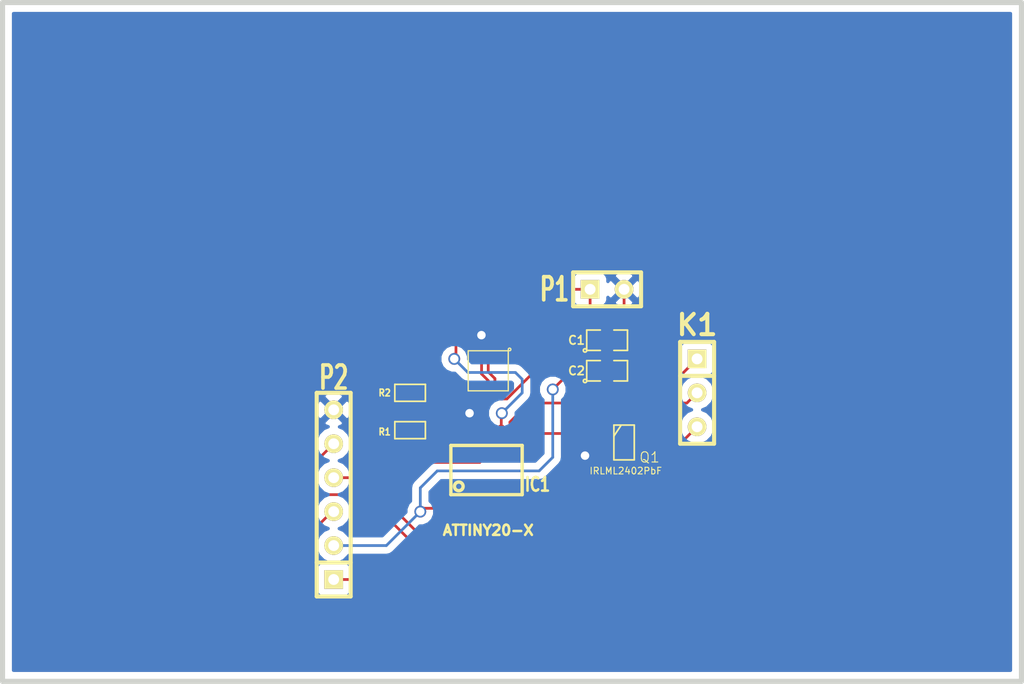
<source format=kicad_pcb>
(kicad_pcb (version 4) (host pcbnew "(2014-jul-16 BZR unknown)-product")

  (general
    (links 28)
    (no_connects 0)
    (area 30.289499 41.719499 106.870501 92.900501)
    (thickness 1.6002)
    (drawings 4)
    (tracks 113)
    (zones 0)
    (modules 10)
    (nets 13)
  )

  (page A4)
  (title_block
    (date "23 feb 2015")
  )

  (layers
    (0 Front signal)
    (31 Back signal)
    (32 B.Adhes user)
    (33 F.Adhes user)
    (34 B.Paste user)
    (35 F.Paste user)
    (36 B.SilkS user)
    (37 F.SilkS user)
    (38 B.Mask user)
    (39 F.Mask user)
    (40 Dwgs.User user)
    (41 Cmts.User user)
    (42 Eco1.User user)
    (43 Eco2.User user)
    (44 Edge.Cuts user)
  )

  (setup
    (last_trace_width 0.2032)
    (trace_clearance 0.254)
    (zone_clearance 0.508)
    (zone_45_only no)
    (trace_min 0.2032)
    (segment_width 0.381)
    (edge_width 0.381)
    (via_size 0.889)
    (via_drill 0.635)
    (via_min_size 0.889)
    (via_min_drill 0.508)
    (uvia_size 0.508)
    (uvia_drill 0.127)
    (uvias_allowed no)
    (uvia_min_size 0.508)
    (uvia_min_drill 0.127)
    (pcb_text_width 0.3048)
    (pcb_text_size 1.524 2.032)
    (mod_edge_width 0.381)
    (mod_text_size 1.524 1.524)
    (mod_text_width 0.3048)
    (pad_size 1.524 1.524)
    (pad_drill 0.8128)
    (pad_to_mask_clearance 0.254)
    (aux_axis_origin 0 0)
    (visible_elements FFFFFF7F)
    (pcbplotparams
      (layerselection 0x00030_80000001)
      (usegerberextensions true)
      (excludeedgelayer true)
      (linewidth 0.150000)
      (plotframeref false)
      (viasonmask false)
      (mode 1)
      (useauxorigin false)
      (hpglpennumber 1)
      (hpglpenspeed 20)
      (hpglpendiameter 15)
      (hpglpenoverlay 2)
      (psnegative false)
      (psa4output false)
      (plotreference true)
      (plotvalue true)
      (plotinvisibletext false)
      (padsonsilk false)
      (subtractmaskfromsilk false)
      (outputformat 1)
      (mirror false)
      (drillshape 1)
      (scaleselection 1)
      (outputdirectory ""))
  )

  (net 0 "")
  (net 1 GND)
  (net 2 N-000001)
  (net 3 N-000002)
  (net 4 N-000003)
  (net 5 N-000004)
  (net 6 N-000006)
  (net 7 N-000007)
  (net 8 N-000009)
  (net 9 N-000010)
  (net 10 N-000011)
  (net 11 N-000014)
  (net 12 VCC)

  (net_class Default "This is the default net class."
    (clearance 0.254)
    (trace_width 0.2032)
    (via_dia 0.889)
    (via_drill 0.635)
    (uvia_dia 0.508)
    (uvia_drill 0.127)
    (add_net GND)
    (add_net N-000001)
    (add_net N-000002)
    (add_net N-000003)
    (add_net N-000004)
    (add_net N-000006)
    (add_net N-000007)
    (add_net N-000009)
    (add_net N-000010)
    (add_net N-000011)
    (add_net N-000014)
    (add_net VCC)
  )

  (module TSSOP16 (layer Front) (tedit 54ED55F4) (tstamp 54EB5B23)
    (at 66.802 76.962)
    (path /54E7790E)
    (attr smd)
    (fp_text reference IC1 (at 3.683 1.016) (layer F.SilkS)
      (effects (font (size 1.016 0.762) (thickness 0.1905)))
    )
    (fp_text value ATTINY20-X (at 0 4.445) (layer F.SilkS)
      (effects (font (size 0.762 0.762) (thickness 0.1905)))
    )
    (fp_line (start -2.794 -1.905) (end 2.54 -1.905) (layer F.SilkS) (width 0.254))
    (fp_line (start 2.54 -1.905) (end 2.54 1.778) (layer F.SilkS) (width 0.254))
    (fp_line (start 2.54 1.778) (end -2.794 1.778) (layer F.SilkS) (width 0.254))
    (fp_line (start -2.794 1.778) (end -2.794 -1.905) (layer F.SilkS) (width 0.254))
    (fp_circle (center -2.20218 1.15824) (end -2.40538 1.41224) (layer F.SilkS) (width 0.254))
    (pad 1 smd rect (at -2.27584 2.79908) (size 0.381 1.27) (layers Front F.Paste F.Mask)
      (net 12 VCC))
    (pad 2 smd rect (at -1.6256 2.79908) (size 0.381 1.27) (layers Front F.Paste F.Mask))
    (pad 3 smd rect (at -0.97536 2.79908) (size 0.381 1.27) (layers Front F.Paste F.Mask)
      (net 6 N-000006))
    (pad 4 smd rect (at -0.32512 2.79908) (size 0.381 1.27) (layers Front F.Paste F.Mask)
      (net 7 N-000007))
    (pad 5 smd rect (at 0.32512 2.79908) (size 0.381 1.27) (layers Front F.Paste F.Mask)
      (net 11 N-000014))
    (pad 6 smd rect (at 0.97536 2.79908) (size 0.381 1.27) (layers Front F.Paste F.Mask)
      (net 10 N-000011))
    (pad 7 smd rect (at 1.6256 2.79908) (size 0.381 1.27) (layers Front F.Paste F.Mask))
    (pad 8 smd rect (at 2.27584 2.79908) (size 0.381 1.27) (layers Front F.Paste F.Mask))
    (pad 9 smd rect (at 2.27584 -2.79908) (size 0.381 1.27) (layers Front F.Paste F.Mask)
      (net 5 N-000004))
    (pad 10 smd rect (at 1.6256 -2.79908) (size 0.381 1.27) (layers Front F.Paste F.Mask)
      (net 3 N-000002))
    (pad 11 smd rect (at 0.97536 -2.79908) (size 0.381 1.27) (layers Front F.Paste F.Mask)
      (net 2 N-000001))
    (pad 12 smd rect (at 0.32512 -2.79908) (size 0.381 1.27) (layers Front F.Paste F.Mask)
      (net 9 N-000010))
    (pad 13 smd rect (at -0.32512 -2.79908) (size 0.381 1.27) (layers Front F.Paste F.Mask)
      (net 8 N-000009))
    (pad 14 smd rect (at -0.97536 -2.79908) (size 0.381 1.27) (layers Front F.Paste F.Mask)
      (net 1 GND))
    (pad 15 smd rect (at -1.6256 -2.79908) (size 0.381 1.27) (layers Front F.Paste F.Mask))
    (pad 16 smd rect (at -2.27584 -2.79908) (size 0.381 1.27) (layers Front F.Paste F.Mask))
    (model smd\smd_dil\tssop-16.wrl
      (at (xyz 0 0 0))
      (scale (xyz 1 1 1))
      (rotate (xyz 0 0 0))
    )
  )

  (module SOT23 (layer Front) (tedit 54ED55FE) (tstamp 54EB5B24)
    (at 76.962 74.8665 270)
    (tags SOT23)
    (path /54E78EA8)
    (fp_text reference Q1 (at 1.0795 -1.905 360) (layer F.SilkS)
      (effects (font (size 0.762 0.762) (thickness 0.0762)))
    )
    (fp_text value IRLML2402PbF (at 2.0955 -0.127 360) (layer F.SilkS)
      (effects (font (size 0.50038 0.50038) (thickness 0.0762)))
    )
    (fp_line (start -0.508 0.762) (end -1.27 0.254) (layer F.SilkS) (width 0.127))
    (fp_line (start 1.27 0.762) (end -1.3335 0.762) (layer F.SilkS) (width 0.127))
    (fp_line (start -1.3335 0.762) (end -1.3335 -0.762) (layer F.SilkS) (width 0.127))
    (fp_line (start -1.3335 -0.762) (end 1.27 -0.762) (layer F.SilkS) (width 0.127))
    (fp_line (start 1.27 -0.762) (end 1.27 0.762) (layer F.SilkS) (width 0.127))
    (pad 3 smd rect (at 0 -1.27 270) (size 0.70104 1.00076) (layers Front F.Paste F.Mask)
      (net 4 N-000003))
    (pad 2 smd rect (at 0.9525 1.27 270) (size 0.70104 1.00076) (layers Front F.Paste F.Mask)
      (net 1 GND))
    (pad 1 smd rect (at -0.9525 1.27 270) (size 0.70104 1.00076) (layers Front F.Paste F.Mask)
      (net 5 N-000004))
    (model smd/SOT23_6.wrl
      (at (xyz 0 0 0))
      (scale (xyz 0.11 0.11 0.11))
      (rotate (xyz 0 0 -180))
    )
  )

  (module SM0805 (layer Front) (tedit 54ED5605) (tstamp 54EB5B25)
    (at 75.692 67.183)
    (path /54E77970)
    (attr smd)
    (fp_text reference C1 (at -2.286 0) (layer F.SilkS)
      (effects (font (size 0.635 0.635) (thickness 0.127)))
    )
    (fp_text value .1u (at 0 0) (layer F.SilkS) hide
      (effects (font (size 0.635 0.635) (thickness 0.127)))
    )
    (fp_circle (center -1.651 0.762) (end -1.651 0.635) (layer F.SilkS) (width 0.127))
    (fp_line (start -0.508 0.762) (end -1.524 0.762) (layer F.SilkS) (width 0.127))
    (fp_line (start -1.524 0.762) (end -1.524 -0.762) (layer F.SilkS) (width 0.127))
    (fp_line (start -1.524 -0.762) (end -0.508 -0.762) (layer F.SilkS) (width 0.127))
    (fp_line (start 0.508 -0.762) (end 1.524 -0.762) (layer F.SilkS) (width 0.127))
    (fp_line (start 1.524 -0.762) (end 1.524 0.762) (layer F.SilkS) (width 0.127))
    (fp_line (start 1.524 0.762) (end 0.508 0.762) (layer F.SilkS) (width 0.127))
    (pad 1 smd rect (at -0.9525 0) (size 0.889 1.397) (layers Front F.Paste F.Mask)
      (net 12 VCC))
    (pad 2 smd rect (at 0.9525 0) (size 0.889 1.397) (layers Front F.Paste F.Mask)
      (net 1 GND))
    (model smd/chip_cms.wrl
      (at (xyz 0 0 0))
      (scale (xyz 0.1 0.1 0.1))
      (rotate (xyz 0 0 0))
    )
  )

  (module SM0805 (layer Front) (tedit 54ED560D) (tstamp 54EB5B27)
    (at 75.692 69.469)
    (path /54E77984)
    (attr smd)
    (fp_text reference C2 (at -2.286 0) (layer F.SilkS)
      (effects (font (size 0.635 0.635) (thickness 0.127)))
    )
    (fp_text value 1u (at 0 0) (layer F.SilkS) hide
      (effects (font (size 0.635 0.635) (thickness 0.127)))
    )
    (fp_circle (center -1.651 0.762) (end -1.651 0.635) (layer F.SilkS) (width 0.127))
    (fp_line (start -0.508 0.762) (end -1.524 0.762) (layer F.SilkS) (width 0.127))
    (fp_line (start -1.524 0.762) (end -1.524 -0.762) (layer F.SilkS) (width 0.127))
    (fp_line (start -1.524 -0.762) (end -0.508 -0.762) (layer F.SilkS) (width 0.127))
    (fp_line (start 0.508 -0.762) (end 1.524 -0.762) (layer F.SilkS) (width 0.127))
    (fp_line (start 1.524 -0.762) (end 1.524 0.762) (layer F.SilkS) (width 0.127))
    (fp_line (start 1.524 0.762) (end 0.508 0.762) (layer F.SilkS) (width 0.127))
    (pad 1 smd rect (at -0.9525 0) (size 0.889 1.397) (layers Front F.Paste F.Mask)
      (net 12 VCC))
    (pad 2 smd rect (at 0.9525 0) (size 0.889 1.397) (layers Front F.Paste F.Mask)
      (net 1 GND))
    (model smd/chip_cms.wrl
      (at (xyz 0 0 0))
      (scale (xyz 0.1 0.1 0.1))
      (rotate (xyz 0 0 0))
    )
  )

  (module SM0603 (layer Front) (tedit 54ED55E0) (tstamp 54EB5B28)
    (at 60.96 73.914)
    (path /54E77999)
    (attr smd)
    (fp_text reference R1 (at -1.905 0.127) (layer F.SilkS)
      (effects (font (size 0.508 0.4572) (thickness 0.1143)))
    )
    (fp_text value 2k2 (at 0 0) (layer F.SilkS) hide
      (effects (font (size 0.508 0.4572) (thickness 0.1143)))
    )
    (fp_line (start -1.143 -0.635) (end 1.143 -0.635) (layer F.SilkS) (width 0.127))
    (fp_line (start 1.143 -0.635) (end 1.143 0.635) (layer F.SilkS) (width 0.127))
    (fp_line (start 1.143 0.635) (end -1.143 0.635) (layer F.SilkS) (width 0.127))
    (fp_line (start -1.143 0.635) (end -1.143 -0.635) (layer F.SilkS) (width 0.127))
    (pad 1 smd rect (at -0.762 0) (size 0.635 1.143) (layers Front F.Paste F.Mask)
      (net 12 VCC))
    (pad 2 smd rect (at 0.762 0) (size 0.635 1.143) (layers Front F.Paste F.Mask)
      (net 8 N-000009))
    (model smd\resistors\R0603.wrl
      (at (xyz 0 0 0.001))
      (scale (xyz 0.5 0.5 0.5))
      (rotate (xyz 0 0 0))
    )
  )

  (module SM0603 (layer Front) (tedit 54ED55E5) (tstamp 54EB5B2A)
    (at 60.96 71.12)
    (path /54E779AD)
    (attr smd)
    (fp_text reference R2 (at -1.905 0) (layer F.SilkS)
      (effects (font (size 0.508 0.4572) (thickness 0.1143)))
    )
    (fp_text value 2k2 (at 0 0) (layer F.SilkS) hide
      (effects (font (size 0.508 0.4572) (thickness 0.1143)))
    )
    (fp_line (start -1.143 -0.635) (end 1.143 -0.635) (layer F.SilkS) (width 0.127))
    (fp_line (start 1.143 -0.635) (end 1.143 0.635) (layer F.SilkS) (width 0.127))
    (fp_line (start 1.143 0.635) (end -1.143 0.635) (layer F.SilkS) (width 0.127))
    (fp_line (start -1.143 0.635) (end -1.143 -0.635) (layer F.SilkS) (width 0.127))
    (pad 1 smd rect (at -0.762 0) (size 0.635 1.143) (layers Front F.Paste F.Mask)
      (net 12 VCC))
    (pad 2 smd rect (at 0.762 0) (size 0.635 1.143) (layers Front F.Paste F.Mask)
      (net 9 N-000010))
    (model smd\resistors\R0603.wrl
      (at (xyz 0 0 0.001))
      (scale (xyz 0.5 0.5 0.5))
      (rotate (xyz 0 0 0))
    )
  )

  (module SIL-6 (layer Front) (tedit 54ED5635) (tstamp 54EB5B2B)
    (at 55.245 78.74 90)
    (descr "Connecteur 6 pins")
    (tags "CONN DEV")
    (path /54E77A45)
    (fp_text reference P2 (at 8.763 0 180) (layer F.SilkS)
      (effects (font (size 1.72974 1.08712) (thickness 0.27178)))
    )
    (fp_text value CONN_6 (at 0 -2.54 90) (layer F.SilkS) hide
      (effects (font (size 1.524 1.016) (thickness 0.254)))
    )
    (fp_line (start -7.62 1.27) (end -7.62 -1.27) (layer F.SilkS) (width 0.3048))
    (fp_line (start -7.62 -1.27) (end 7.62 -1.27) (layer F.SilkS) (width 0.3048))
    (fp_line (start 7.62 -1.27) (end 7.62 1.27) (layer F.SilkS) (width 0.3048))
    (fp_line (start 7.62 1.27) (end -7.62 1.27) (layer F.SilkS) (width 0.3048))
    (fp_line (start -5.08 1.27) (end -5.08 -1.27) (layer F.SilkS) (width 0.3048))
    (pad 1 thru_hole rect (at -6.35 0 90) (size 1.397 1.397) (drill 0.8128) (layers *.Cu *.Mask F.SilkS)
      (net 11 N-000014))
    (pad 2 thru_hole circle (at -3.81 0 90) (size 1.397 1.397) (drill 0.8128) (layers *.Cu *.Mask F.SilkS)
      (net 12 VCC))
    (pad 3 thru_hole circle (at -1.27 0 90) (size 1.397 1.397) (drill 0.8128) (layers *.Cu *.Mask F.SilkS)
      (net 10 N-000011))
    (pad 4 thru_hole circle (at 1.27 0 90) (size 1.397 1.397) (drill 0.8128) (layers *.Cu *.Mask F.SilkS)
      (net 6 N-000006))
    (pad 5 thru_hole circle (at 3.81 0 90) (size 1.397 1.397) (drill 0.8128) (layers *.Cu *.Mask F.SilkS)
      (net 7 N-000007))
    (pad 6 thru_hole circle (at 6.35 0 90) (size 1.397 1.397) (drill 0.8128) (layers *.Cu *.Mask F.SilkS)
      (net 1 GND))
  )

  (module SIL-3 (layer Front) (tedit 54ED5628) (tstamp 54EB5B2C)
    (at 82.423 71.12 270)
    (descr "Connecteur 3 pins")
    (tags "CONN DEV")
    (path /54E779F7)
    (fp_text reference K1 (at -5.08 0 360) (layer F.SilkS)
      (effects (font (thickness 0.3048)))
    )
    (fp_text value CONN_3 (at 0 -2.54 270) (layer F.SilkS) hide
      (effects (font (size 1.524 1.016) (thickness 0.254)))
    )
    (fp_line (start -3.81 1.27) (end -3.81 -1.27) (layer F.SilkS) (width 0.3048))
    (fp_line (start -3.81 -1.27) (end 3.81 -1.27) (layer F.SilkS) (width 0.3048))
    (fp_line (start 3.81 -1.27) (end 3.81 1.27) (layer F.SilkS) (width 0.3048))
    (fp_line (start 3.81 1.27) (end -3.81 1.27) (layer F.SilkS) (width 0.3048))
    (fp_line (start -1.27 -1.27) (end -1.27 1.27) (layer F.SilkS) (width 0.3048))
    (pad 1 thru_hole rect (at -2.54 0 270) (size 1.397 1.397) (drill 0.8128) (layers *.Cu *.Mask F.SilkS)
      (net 12 VCC))
    (pad 2 thru_hole circle (at 0 0 270) (size 1.397 1.397) (drill 0.8128) (layers *.Cu *.Mask F.SilkS)
      (net 3 N-000002))
    (pad 3 thru_hole circle (at 2.54 0 270) (size 1.397 1.397) (drill 0.8128) (layers *.Cu *.Mask F.SilkS)
      (net 4 N-000003))
  )

  (module SIL-2 (layer Front) (tedit 54ED562D) (tstamp 54EB5B2D)
    (at 75.692 63.373)
    (descr "Connecteurs 2 pins")
    (tags "CONN DEV")
    (path /54E779C1)
    (fp_text reference P1 (at -3.937 0) (layer F.SilkS)
      (effects (font (size 1.72974 1.08712) (thickness 0.27178)))
    )
    (fp_text value CONN_2 (at 0 -2.54) (layer F.SilkS) hide
      (effects (font (size 1.524 1.016) (thickness 0.254)))
    )
    (fp_line (start -2.54 1.27) (end -2.54 -1.27) (layer F.SilkS) (width 0.3048))
    (fp_line (start -2.54 -1.27) (end 2.54 -1.27) (layer F.SilkS) (width 0.3048))
    (fp_line (start 2.54 -1.27) (end 2.54 1.27) (layer F.SilkS) (width 0.3048))
    (fp_line (start 2.54 1.27) (end -2.54 1.27) (layer F.SilkS) (width 0.3048))
    (pad 1 thru_hole rect (at -1.27 0) (size 1.397 1.397) (drill 0.8128) (layers *.Cu *.Mask F.SilkS)
      (net 12 VCC))
    (pad 2 thru_hole circle (at 1.27 0) (size 1.397 1.397) (drill 0.8128) (layers *.Cu *.Mask F.SilkS)
      (net 1 GND))
  )

  (module DFN10 (layer Front) (tedit 54EB5886) (tstamp 54EB5B40)
    (at 66.802 69.469 180)
    (path /54E77E58)
    (attr smd)
    (fp_text reference U1 (at 0 -0.381 180) (layer Cmts.User)
      (effects (font (size 0.508 0.508) (thickness 0.1016)))
    )
    (fp_text value MMA7660 (at 0 0.381 180) (layer Cmts.User) hide
      (effects (font (size 0.508 0.508) (thickness 0.1016)))
    )
    (fp_circle (center -1.59766 1.59766) (end -1.59766 1.4986) (layer F.SilkS) (width 0.09906))
    (fp_line (start -1.4986 1.4986) (end -1.4986 -1.4986) (layer F.SilkS) (width 0.09906))
    (fp_line (start -1.4986 -1.4986) (end 1.4986 -1.4986) (layer F.SilkS) (width 0.09906))
    (fp_line (start 1.4986 -1.4986) (end 1.4986 1.4986) (layer F.SilkS) (width 0.09906))
    (fp_line (start 1.4986 1.4986) (end -1.4986 1.4986) (layer F.SilkS) (width 0.09906))
    (pad 1 smd rect (at -0.99822 1.24714 180) (size 0.24892 0.39878) (layers Front F.Paste F.Mask))
    (pad 10 smd rect (at -0.99822 -1.24714 180) (size 0.24892 0.39878) (layers Front F.Paste F.Mask))
    (pad 2 smd rect (at -0.49784 1.24714 180) (size 0.25146 0.39878) (layers Front F.Paste F.Mask))
    (pad 9 smd rect (at -0.49784 -1.24714 180) (size 0.25146 0.39878) (layers Front F.Paste F.Mask)
      (net 12 VCC))
    (pad 3 smd rect (at 0 1.24714 180) (size 0.24892 0.39878) (layers Front F.Paste F.Mask)
      (net 12 VCC))
    (pad 8 smd rect (at 0 -1.24714 180) (size 0.24892 0.39878) (layers Front F.Paste F.Mask)
      (net 1 GND))
    (pad 4 smd rect (at 0.49784 1.24714 180) (size 0.25146 0.39878) (layers Front F.Paste F.Mask)
      (net 1 GND))
    (pad 7 smd rect (at 0.49784 -1.24714 180) (size 0.25146 0.39878) (layers Front F.Paste F.Mask)
      (net 8 N-000009))
    (pad 5 smd rect (at 0.99822 1.24714 180) (size 0.24892 0.39878) (layers Front F.Paste F.Mask)
      (net 2 N-000001))
    (pad 6 smd rect (at 0.99822 -1.24714 180) (size 0.24892 0.39878) (layers Front F.Paste F.Mask)
      (net 9 N-000010))
  )

  (gr_line (start 30.48 41.91) (end 30.48 92.71) (angle 90) (layer Edge.Cuts) (width 0.381))
  (gr_line (start 106.68 41.91) (end 30.48 41.91) (angle 90) (layer Edge.Cuts) (width 0.381))
  (gr_line (start 106.68 92.71) (end 106.68 41.91) (angle 90) (layer Edge.Cuts) (width 0.381))
  (gr_line (start 30.48 92.71) (end 106.68 92.71) (angle 90) (layer Edge.Cuts) (width 0.381))

  (segment (start 76.6445 69.469) (end 76.6445 67.183) (width 0.2032) (layer Front) (net 1))
  (segment (start 66.802 70.2056) (end 66.802 70.71614) (width 0.2032) (layer Front) (net 1))
  (segment (start 76.962 66.8655) (end 76.962 63.373) (width 0.2032) (layer Front) (net 1))
  (via (at 66.294 66.802) (size 0.889) (layers Front Back) (net 1))
  (segment (start 66.30416 68.22186) (end 66.30416 67.04584) (width 0.2032) (layer Front) (net 1))
  (segment (start 66.30416 68.22186) (end 66.30416 69.70776) (width 0.2032) (layer Front) (net 1))
  (segment (start 66.30416 69.70776) (end 66.802 70.2056) (width 0.2032) (layer Front) (net 1))
  (segment (start 76.6445 67.183) (end 76.962 66.8655) (width 0.2032) (layer Front) (net 1))
  (segment (start 66.30416 67.04584) (end 66.294 66.802) (width 0.2032) (layer Front) (net 1))
  (segment (start 65.82664 73.06564) (end 65.405 72.644) (width 0.2032) (layer Front) (net 1) (tstamp 54ED4E68))
  (via (at 65.405 72.644) (size 0.889) (layers Front Back) (net 1))
  (segment (start 65.82664 74.16292) (end 65.82664 73.06564) (width 0.2032) (layer Front) (net 1))
  (via (at 74.041 75.819) (size 0.889) (layers Front Back) (net 1))
  (segment (start 75.692 75.819) (end 74.041 75.819) (width 0.2032) (layer Front) (net 1))
  (segment (start 67.77736 72.68464) (end 67.818 72.644) (width 0.2032) (layer Front) (net 2) (tstamp 54ED4E82))
  (via (at 67.818 72.644) (size 0.889) (layers Front Back) (net 2))
  (segment (start 67.818 72.644) (end 69.342 71.12) (width 0.2032) (layer Back) (net 2) (tstamp 54ED4E8A))
  (segment (start 69.342 71.12) (end 69.342 70.104) (width 0.2032) (layer Back) (net 2) (tstamp 54ED4E8B))
  (segment (start 69.342 70.104) (end 68.834 69.596) (width 0.2032) (layer Back) (net 2) (tstamp 54ED4E93))
  (segment (start 68.834 69.596) (end 65.278 69.596) (width 0.2032) (layer Back) (net 2) (tstamp 54ED4E95))
  (segment (start 65.278 69.596) (end 64.262 68.58) (width 0.2032) (layer Back) (net 2) (tstamp 54ED4E96))
  (via (at 64.262 68.58) (size 0.889) (layers Front Back) (net 2))
  (segment (start 64.262 68.58) (end 64.389 68.453) (width 0.2032) (layer Front) (net 2) (tstamp 54ED4E9E))
  (segment (start 64.389 68.453) (end 64.389 67.564) (width 0.2032) (layer Front) (net 2) (tstamp 54ED4E9F))
  (segment (start 64.389 67.564) (end 64.516 67.437) (width 0.2032) (layer Front) (net 2) (tstamp 54ED4EA0))
  (segment (start 64.516 67.437) (end 65.01892 67.437) (width 0.2032) (layer Front) (net 2) (tstamp 54ED4EA1))
  (segment (start 65.01892 67.437) (end 65.80378 68.22186) (width 0.2032) (layer Front) (net 2) (tstamp 54ED4EA4))
  (segment (start 67.77736 74.16292) (end 67.77736 72.68464) (width 0.2032) (layer Front) (net 2))
  (segment (start 81.661 71.882) (end 82.423 71.12) (width 0.2032) (layer Front) (net 3) (tstamp 54ED4EEF))
  (segment (start 68.4276 73.3044) (end 69.85 71.882) (width 0.2032) (layer Front) (net 3))
  (segment (start 69.85 71.882) (end 77.724 71.882) (width 0.2032) (layer Front) (net 3))
  (segment (start 68.4276 74.16292) (end 68.4276 73.3044) (width 0.2032) (layer Front) (net 3))
  (segment (start 77.724 71.882) (end 81.661 71.882) (width 0.2032) (layer Front) (net 3))
  (segment (start 81.2165 74.8665) (end 82.423 73.66) (width 0.2032) (layer Front) (net 4) (tstamp 54ED4EF3))
  (segment (start 78.232 74.8665) (end 81.2165 74.8665) (width 0.2032) (layer Front) (net 4))
  (segment (start 75.44308 74.16292) (end 75.692 73.914) (width 0.2032) (layer Front) (net 5) (tstamp 54ED4EF8))
  (segment (start 69.07784 74.16292) (end 75.44308 74.16292) (width 0.2032) (layer Front) (net 5))
  (segment (start 65.82664 81.11236) (end 65.278 81.661) (width 0.2032) (layer Front) (net 6))
  (segment (start 65.82664 79.76108) (end 65.82664 81.11236) (width 0.2032) (layer Front) (net 6))
  (segment (start 57.404 77.47) (end 55.245 77.47) (width 0.2032) (layer Front) (net 6))
  (segment (start 61.595 81.661) (end 57.404 77.47) (width 0.2032) (layer Front) (net 6))
  (segment (start 65.278 81.661) (end 61.595 81.661) (width 0.2032) (layer Front) (net 6))
  (segment (start 57.531 78.74) (end 54.483 78.74) (width 0.2032) (layer Front) (net 7))
  (segment (start 61.214 82.423) (end 57.531 78.74) (width 0.2032) (layer Front) (net 7))
  (segment (start 53.594 76.581) (end 55.245 74.93) (width 0.2032) (layer Front) (net 7))
  (segment (start 54.483 78.74) (end 53.594 77.851) (width 0.2032) (layer Front) (net 7))
  (segment (start 66.47688 79.76108) (end 66.47688 81.35112) (width 0.2032) (layer Front) (net 7))
  (segment (start 65.405 82.423) (end 61.214 82.423) (width 0.2032) (layer Front) (net 7))
  (segment (start 66.47688 81.35112) (end 65.405 82.423) (width 0.2032) (layer Front) (net 7))
  (segment (start 53.594 77.851) (end 53.594 76.581) (width 0.2032) (layer Front) (net 7))
  (segment (start 66.47688 74.16292) (end 66.47688 75.25512) (width 0.2032) (layer Front) (net 8))
  (segment (start 61.722 75.057) (end 61.722 73.914) (width 0.2032) (layer Front) (net 8))
  (segment (start 62.484 75.819) (end 61.722 75.057) (width 0.2032) (layer Front) (net 8))
  (segment (start 65.913 75.819) (end 62.484 75.819) (width 0.2032) (layer Front) (net 8))
  (segment (start 66.47688 75.25512) (end 65.913 75.819) (width 0.2032) (layer Front) (net 8))
  (segment (start 66.30416 70.71614) (end 66.30416 72.85736) (width 0.2032) (layer Front) (net 8))
  (segment (start 66.47688 73.03008) (end 66.47688 74.16292) (width 0.2032) (layer Front) (net 8))
  (segment (start 66.30416 72.85736) (end 66.47688 73.03008) (width 0.2032) (layer Front) (net 8))
  (segment (start 65.80378 70.71614) (end 62.12586 70.71614) (width 0.2032) (layer Front) (net 9))
  (segment (start 62.12586 70.71614) (end 61.722 71.12) (width 0.2032) (layer Front) (net 9))
  (segment (start 60.96 72.517) (end 61.595 71.882) (width 0.2032) (layer Front) (net 9))
  (segment (start 67.12712 75.36688) (end 66.167 76.327) (width 0.2032) (layer Front) (net 9))
  (segment (start 66.167 76.327) (end 62.103 76.327) (width 0.2032) (layer Front) (net 9))
  (segment (start 62.103 76.327) (end 60.96 75.184) (width 0.2032) (layer Front) (net 9))
  (segment (start 60.96 75.184) (end 60.96 72.517) (width 0.2032) (layer Front) (net 9))
  (segment (start 67.12712 74.16292) (end 67.12712 75.36688) (width 0.2032) (layer Front) (net 9))
  (segment (start 61.595 71.247) (end 61.722 71.12) (width 0.2032) (layer Front) (net 9))
  (segment (start 61.595 71.882) (end 61.595 71.247) (width 0.2032) (layer Front) (net 9))
  (segment (start 62.992 87.122) (end 67.77736 82.33664) (width 0.2032) (layer Front) (net 10))
  (segment (start 53.086 86.487) (end 53.721 87.122) (width 0.2032) (layer Front) (net 10))
  (segment (start 67.77736 82.33664) (end 67.77736 79.76108) (width 0.2032) (layer Front) (net 10))
  (segment (start 53.721 87.122) (end 62.992 87.122) (width 0.2032) (layer Front) (net 10))
  (segment (start 53.086 82.042) (end 53.086 86.487) (width 0.2032) (layer Front) (net 10))
  (segment (start 55.118 80.01) (end 53.086 82.042) (width 0.2032) (layer Front) (net 10))
  (segment (start 55.245 80.01) (end 55.118 80.01) (width 0.2032) (layer Front) (net 10))
  (segment (start 55.245 85.09) (end 63.881 85.09) (width 0.2032) (layer Front) (net 11))
  (segment (start 67.12712 81.84388) (end 67.12712 79.76108) (width 0.2032) (layer Front) (net 11))
  (segment (start 63.881 85.09) (end 67.12712 81.84388) (width 0.2032) (layer Front) (net 11))
  (segment (start 62.992 63.373) (end 60.198 66.167) (width 0.2032) (layer Front) (net 12))
  (segment (start 70.612 76.962) (end 71.628 75.946) (width 0.2032) (layer Back) (net 12))
  (segment (start 74.422 63.373) (end 74.422 66.8655) (width 0.2032) (layer Front) (net 12))
  (segment (start 60.198 66.167) (end 60.198 71.12) (width 0.2032) (layer Front) (net 12))
  (segment (start 71.628 75.946) (end 71.628 70.866) (width 0.2032) (layer Back) (net 12))
  (segment (start 62.992 76.962) (end 70.612 76.962) (width 0.2032) (layer Back) (net 12))
  (segment (start 74.422 63.373) (end 62.992 63.373) (width 0.2032) (layer Front) (net 12))
  (segment (start 61.722 78.232) (end 62.992 76.962) (width 0.2032) (layer Back) (net 12))
  (segment (start 61.722 80.01) (end 61.722 78.232) (width 0.2032) (layer Back) (net 12))
  (segment (start 73.025 69.469) (end 74.7395 69.469) (width 0.2032) (layer Front) (net 12))
  (segment (start 71.628 70.866) (end 73.025 69.469) (width 0.2032) (layer Front) (net 12))
  (via (at 71.628 70.866) (size 0.889) (layers Front Back) (net 12))
  (segment (start 74.422 66.8655) (end 74.7395 67.183) (width 0.2032) (layer Front) (net 12))
  (segment (start 68.19646 71.5772) (end 69.63156 70.1421) (width 0.2032) (layer Front) (net 12))
  (segment (start 67.5132 71.5772) (end 68.19646 71.5772) (width 0.2032) (layer Front) (net 12))
  (via (at 61.722 80.01) (size 0.889) (layers Front Back) (net 12))
  (segment (start 67.29984 71.36384) (end 67.5132 71.5772) (width 0.2032) (layer Front) (net 12))
  (segment (start 55.245 82.55) (end 59.182 82.55) (width 0.2032) (layer Back) (net 12))
  (segment (start 70.30466 69.469) (end 69.63156 70.1421) (width 0.2032) (layer Front) (net 12))
  (segment (start 70.30466 69.469) (end 74.7395 69.469) (width 0.2032) (layer Front) (net 12))
  (segment (start 67.29984 70.71614) (end 67.29984 71.36384) (width 0.2032) (layer Front) (net 12))
  (segment (start 67.29984 70.1421) (end 67.29984 70.71614) (width 0.2032) (layer Front) (net 12))
  (segment (start 59.182 82.55) (end 61.722 80.01) (width 0.2032) (layer Back) (net 12))
  (segment (start 74.7395 67.183) (end 74.7395 69.469) (width 0.2032) (layer Front) (net 12))
  (segment (start 61.97092 79.76108) (end 64.52616 79.76108) (width 0.2032) (layer Front) (net 12))
  (segment (start 61.722 80.01) (end 61.97092 79.76108) (width 0.2032) (layer Front) (net 12))
  (segment (start 66.802 68.22186) (end 66.802 69.55028) (width 0.2032) (layer Front) (net 12))
  (segment (start 66.802 69.55028) (end 67.29984 70.04812) (width 0.2032) (layer Front) (net 12))
  (segment (start 67.29984 70.04812) (end 67.29984 70.1421) (width 0.2032) (layer Front) (net 12))
  (segment (start 79.629 71.374) (end 82.423 68.58) (width 0.2032) (layer Front) (net 12) (tstamp 54ED4EE9))
  (segment (start 74.7395 69.469) (end 74.7395 70.8025) (width 0.2032) (layer Front) (net 12))
  (segment (start 75.311 71.374) (end 77.851 71.374) (width 0.2032) (layer Front) (net 12))
  (segment (start 74.7395 70.8025) (end 75.311 71.374) (width 0.2032) (layer Front) (net 12))
  (segment (start 77.851 71.374) (end 79.629 71.374) (width 0.2032) (layer Front) (net 12))
  (segment (start 60.198 73.914) (end 60.198 71.12) (width 0.2032) (layer Front) (net 12))

  (zone (net 1) (net_name GND) (layer Back) (tstamp 54EB696E) (hatch edge 0.508)
    (connect_pads (clearance 0.508))
    (min_thickness 0.254)
    (fill yes (arc_segments 16) (thermal_gap 0.508) (thermal_bridge_width 0.508))
    (polygon
      (pts
        (xy 106.045 92.075) (xy 106.045 42.545) (xy 31.115 42.545) (xy 31.115 92.075)
      )
    )
    (filled_polygon
      (pts
        (xy 105.8545 91.8845) (xy 83.756731 91.8845) (xy 83.756731 73.395914) (xy 83.554146 72.90562) (xy 83.179353 72.530173)
        (xy 82.841553 72.389906) (xy 83.17738 72.251146) (xy 83.552827 71.876353) (xy 83.756268 71.386413) (xy 83.756731 70.855914)
        (xy 83.554146 70.36562) (xy 83.179353 69.990173) (xy 82.994704 69.9135) (xy 83.247809 69.9135) (xy 83.481198 69.816827)
        (xy 83.659827 69.638199) (xy 83.7565 69.40481) (xy 83.7565 69.152191) (xy 83.7565 67.755191) (xy 83.659827 67.521802)
        (xy 83.481199 67.343173) (xy 83.24781 67.2465) (xy 82.995191 67.2465) (xy 81.598191 67.2465) (xy 81.364802 67.343173)
        (xy 81.186173 67.521801) (xy 81.0895 67.75519) (xy 81.0895 68.007809) (xy 81.0895 69.404809) (xy 81.186173 69.638198)
        (xy 81.364801 69.816827) (xy 81.59819 69.9135) (xy 81.850809 69.9135) (xy 81.85099 69.9135) (xy 81.66862 69.988854)
        (xy 81.293173 70.363647) (xy 81.089732 70.853587) (xy 81.089269 71.384086) (xy 81.291854 71.87438) (xy 81.666647 72.249827)
        (xy 82.004446 72.390093) (xy 81.66862 72.528854) (xy 81.293173 72.903647) (xy 81.089732 73.393587) (xy 81.089269 73.924086)
        (xy 81.291854 74.41438) (xy 81.666647 74.789827) (xy 82.156587 74.993268) (xy 82.687086 74.993731) (xy 83.17738 74.791146)
        (xy 83.552827 74.416353) (xy 83.756268 73.926413) (xy 83.756731 73.395914) (xy 83.756731 91.8845) (xy 78.307927 91.8845)
        (xy 78.307927 63.56552) (xy 78.279148 63.035801) (xy 78.1318 62.680071) (xy 77.896188 62.618417) (xy 77.716583 62.798022)
        (xy 77.716583 62.438812) (xy 77.654929 62.2032) (xy 77.15452 62.027073) (xy 76.624801 62.055852) (xy 76.269071 62.2032)
        (xy 76.207417 62.438812) (xy 76.962 63.193395) (xy 77.716583 62.438812) (xy 77.716583 62.798022) (xy 77.141605 63.373)
        (xy 77.896188 64.127583) (xy 78.1318 64.065929) (xy 78.307927 63.56552) (xy 78.307927 91.8845) (xy 77.716583 91.8845)
        (xy 77.716583 64.307188) (xy 76.962 63.552605) (xy 76.782395 63.73221) (xy 76.782395 63.373) (xy 76.027812 62.618417)
        (xy 75.7922 62.680071) (xy 75.7555 62.784342) (xy 75.7555 62.548191) (xy 75.658827 62.314802) (xy 75.480199 62.136173)
        (xy 75.24681 62.0395) (xy 74.994191 62.0395) (xy 73.597191 62.0395) (xy 73.363802 62.136173) (xy 73.185173 62.314801)
        (xy 73.0885 62.54819) (xy 73.0885 62.800809) (xy 73.0885 64.197809) (xy 73.185173 64.431198) (xy 73.363801 64.609827)
        (xy 73.59719 64.7065) (xy 73.849809 64.7065) (xy 75.246809 64.7065) (xy 75.480198 64.609827) (xy 75.658827 64.431199)
        (xy 75.7555 64.19781) (xy 75.7555 63.977327) (xy 75.7922 64.065929) (xy 76.027812 64.127583) (xy 76.782395 63.373)
        (xy 76.782395 63.73221) (xy 76.207417 64.307188) (xy 76.269071 64.5428) (xy 76.76948 64.718927) (xy 77.299199 64.690148)
        (xy 77.654929 64.5428) (xy 77.716583 64.307188) (xy 77.716583 91.8845) (xy 72.707687 91.8845) (xy 72.707687 70.652216)
        (xy 72.543689 70.255311) (xy 72.240286 69.951378) (xy 71.843668 69.786687) (xy 71.414216 69.786313) (xy 71.017311 69.950311)
        (xy 70.713378 70.253714) (xy 70.548687 70.650332) (xy 70.548313 71.079784) (xy 70.712311 71.476689) (xy 70.8914 71.65609)
        (xy 70.8914 75.64089) (xy 70.30689 76.2254) (xy 70.0786 76.2254) (xy 70.0786 71.12) (xy 70.0786 70.104)
        (xy 70.02253 69.822115) (xy 69.862855 69.583145) (xy 69.354855 69.075145) (xy 69.115885 68.91547) (xy 68.834 68.8594)
        (xy 65.58311 68.8594) (xy 65.341467 68.617757) (xy 65.341687 68.366216) (xy 65.177689 67.969311) (xy 64.874286 67.665378)
        (xy 64.477668 67.500687) (xy 64.048216 67.500313) (xy 63.651311 67.664311) (xy 63.347378 67.967714) (xy 63.182687 68.364332)
        (xy 63.182313 68.793784) (xy 63.346311 69.190689) (xy 63.649714 69.494622) (xy 64.046332 69.659313) (xy 64.299823 69.659533)
        (xy 64.757145 70.116855) (xy 64.996115 70.27653) (xy 65.278 70.3326) (xy 68.52889 70.3326) (xy 68.6054 70.40911)
        (xy 68.6054 70.81489) (xy 67.855757 71.564532) (xy 67.604216 71.564313) (xy 67.207311 71.728311) (xy 66.903378 72.031714)
        (xy 66.738687 72.428332) (xy 66.738313 72.857784) (xy 66.902311 73.254689) (xy 67.205714 73.558622) (xy 67.602332 73.723313)
        (xy 68.031784 73.723687) (xy 68.428689 73.559689) (xy 68.732622 73.256286) (xy 68.897313 72.859668) (xy 68.897533 72.606176)
        (xy 69.862855 71.640855) (xy 70.02253 71.401885) (xy 70.0786 71.12) (xy 70.0786 76.2254) (xy 62.992 76.2254)
        (xy 62.710115 76.28147) (xy 62.471145 76.441145) (xy 61.201145 77.711145) (xy 61.04147 77.950115) (xy 60.9854 78.232)
        (xy 60.9854 79.220002) (xy 60.807378 79.397714) (xy 60.642687 79.794332) (xy 60.642466 80.047823) (xy 58.87689 81.8134)
        (xy 56.590927 81.8134) (xy 56.590927 72.58252) (xy 56.562148 72.052801) (xy 56.4148 71.697071) (xy 56.179188 71.635417)
        (xy 55.999583 71.815022) (xy 55.999583 71.455812) (xy 55.937929 71.2202) (xy 55.43752 71.044073) (xy 54.907801 71.072852)
        (xy 54.552071 71.2202) (xy 54.490417 71.455812) (xy 55.245 72.210395) (xy 55.999583 71.455812) (xy 55.999583 71.815022)
        (xy 55.424605 72.39) (xy 56.179188 73.144583) (xy 56.4148 73.082929) (xy 56.590927 72.58252) (xy 56.590927 81.8134)
        (xy 56.383492 81.8134) (xy 56.376146 81.79562) (xy 56.001353 81.420173) (xy 55.663553 81.279906) (xy 55.99938 81.141146)
        (xy 56.374827 80.766353) (xy 56.578268 80.276413) (xy 56.578731 79.745914) (xy 56.376146 79.25562) (xy 56.001353 78.880173)
        (xy 55.663553 78.739906) (xy 55.99938 78.601146) (xy 56.374827 78.226353) (xy 56.578268 77.736413) (xy 56.578731 77.205914)
        (xy 56.376146 76.71562) (xy 56.001353 76.340173) (xy 55.663553 76.199906) (xy 55.99938 76.061146) (xy 56.374827 75.686353)
        (xy 56.578268 75.196413) (xy 56.578731 74.665914) (xy 56.376146 74.17562) (xy 56.001353 73.800173) (xy 55.679881 73.666686)
        (xy 55.937929 73.5598) (xy 55.999583 73.324188) (xy 55.245 72.569605) (xy 55.065395 72.74921) (xy 55.065395 72.39)
        (xy 54.310812 71.635417) (xy 54.0752 71.697071) (xy 53.899073 72.19748) (xy 53.927852 72.727199) (xy 54.0752 73.082929)
        (xy 54.310812 73.144583) (xy 55.065395 72.39) (xy 55.065395 72.74921) (xy 54.490417 73.324188) (xy 54.552071 73.5598)
        (xy 54.831311 73.658083) (xy 54.49062 73.798854) (xy 54.115173 74.173647) (xy 53.911732 74.663587) (xy 53.911269 75.194086)
        (xy 54.113854 75.68438) (xy 54.488647 76.059827) (xy 54.826446 76.200093) (xy 54.49062 76.338854) (xy 54.115173 76.713647)
        (xy 53.911732 77.203587) (xy 53.911269 77.734086) (xy 54.113854 78.22438) (xy 54.488647 78.599827) (xy 54.826446 78.740093)
        (xy 54.49062 78.878854) (xy 54.115173 79.253647) (xy 53.911732 79.743587) (xy 53.911269 80.274086) (xy 54.113854 80.76438)
        (xy 54.488647 81.139827) (xy 54.826446 81.280093) (xy 54.49062 81.418854) (xy 54.115173 81.793647) (xy 53.911732 82.283587)
        (xy 53.911269 82.814086) (xy 54.113854 83.30438) (xy 54.488647 83.679827) (xy 54.673295 83.7565) (xy 54.420191 83.7565)
        (xy 54.186802 83.853173) (xy 54.008173 84.031801) (xy 53.9115 84.26519) (xy 53.9115 84.517809) (xy 53.9115 85.914809)
        (xy 54.008173 86.148198) (xy 54.186801 86.326827) (xy 54.42019 86.4235) (xy 54.672809 86.4235) (xy 56.069809 86.4235)
        (xy 56.303198 86.326827) (xy 56.481827 86.148199) (xy 56.5785 85.91481) (xy 56.5785 85.662191) (xy 56.5785 84.265191)
        (xy 56.481827 84.031802) (xy 56.303199 83.853173) (xy 56.06981 83.7565) (xy 55.817191 83.7565) (xy 55.817009 83.7565)
        (xy 55.99938 83.681146) (xy 56.374827 83.306353) (xy 56.383029 83.2866) (xy 59.182 83.2866) (xy 59.463885 83.23053)
        (xy 59.702855 83.070855) (xy 61.684242 81.089467) (xy 61.935784 81.089687) (xy 62.332689 80.925689) (xy 62.636622 80.622286)
        (xy 62.801313 80.225668) (xy 62.801687 79.796216) (xy 62.637689 79.399311) (xy 62.4586 79.219909) (xy 62.4586 78.53711)
        (xy 63.29711 77.6986) (xy 70.612 77.6986) (xy 70.893885 77.64253) (xy 71.132855 77.482855) (xy 72.148855 76.466855)
        (xy 72.30853 76.227885) (xy 72.3646 75.946) (xy 72.3646 71.655997) (xy 72.542622 71.478286) (xy 72.707313 71.081668)
        (xy 72.707687 70.652216) (xy 72.707687 91.8845) (xy 31.3055 91.8845) (xy 31.3055 42.7355) (xy 105.8545 42.7355)
        (xy 105.8545 91.8845)
      )
    )
  )
)

</source>
